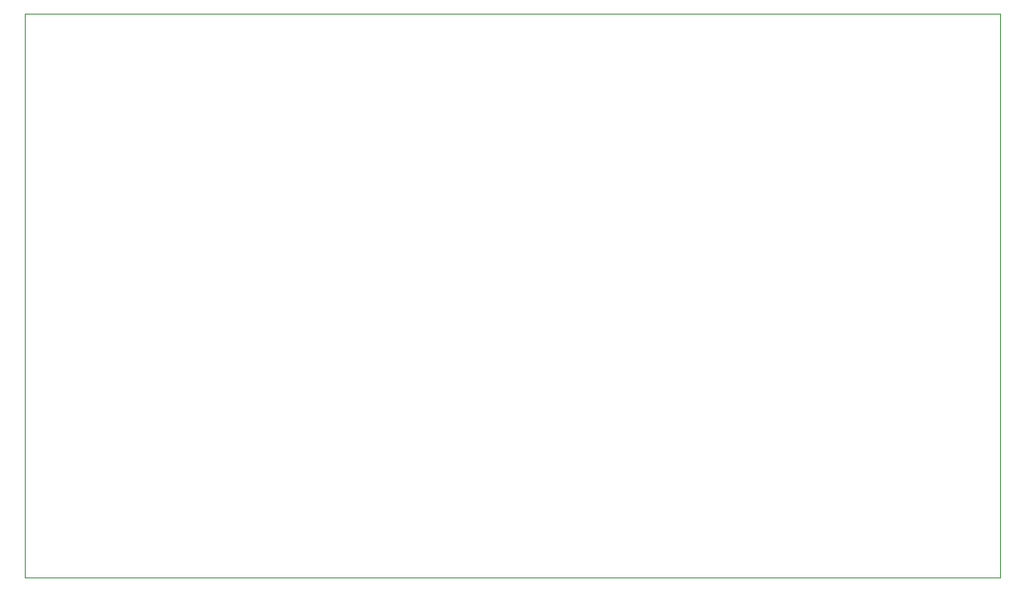
<source format=gbr>
%TF.GenerationSoftware,KiCad,Pcbnew,8.0.4*%
%TF.CreationDate,2024-08-26T01:45:40+02:00*%
%TF.ProjectId,regulateur_tension,72656775-6c61-4746-9575-725f74656e73,rev?*%
%TF.SameCoordinates,Original*%
%TF.FileFunction,Profile,NP*%
%FSLAX46Y46*%
G04 Gerber Fmt 4.6, Leading zero omitted, Abs format (unit mm)*
G04 Created by KiCad (PCBNEW 8.0.4) date 2024-08-26 01:45:40*
%MOMM*%
%LPD*%
G01*
G04 APERTURE LIST*
%TA.AperFunction,Profile*%
%ADD10C,0.050000*%
%TD*%
G04 APERTURE END LIST*
D10*
X12700000Y-12700000D02*
X109220000Y-12700000D01*
X109220000Y-68580000D01*
X12700000Y-68580000D01*
X12700000Y-12700000D01*
M02*

</source>
